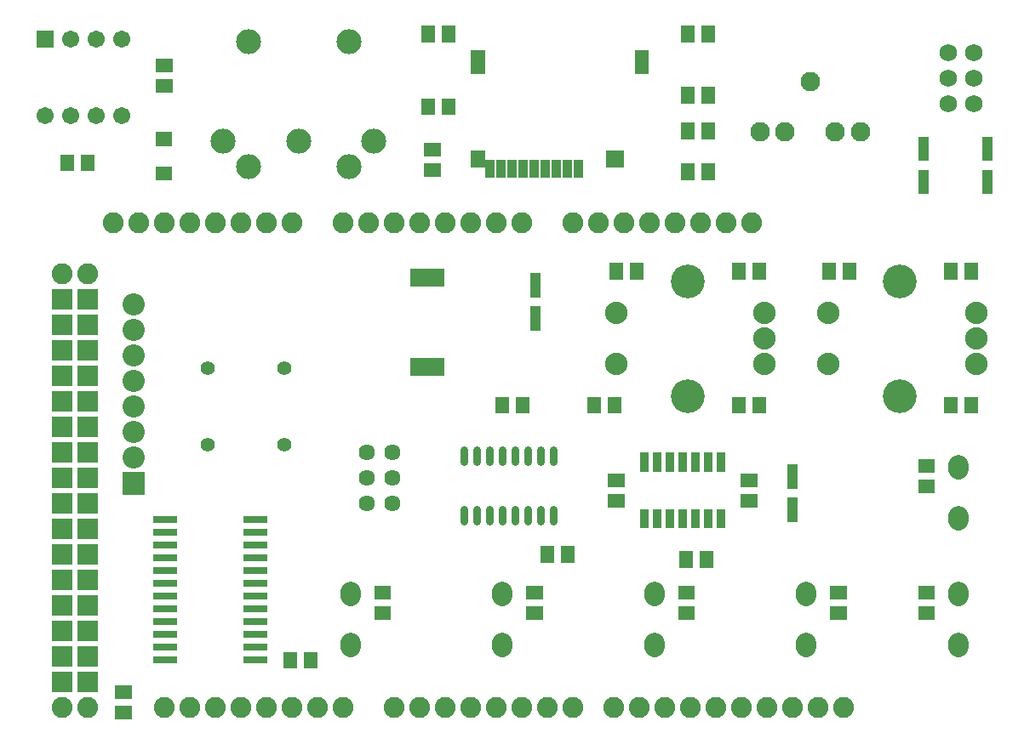
<source format=gbs>
G04 Layer: BottomSolderMaskLayer*
G04 EasyEDA v6.4.31, 2022-02-04 23:24:27*
G04 1551f2279af443638085206af3fd0dcc,e8ed4560e5824e1ea3c46bb2bbde2574,10*
G04 Gerber Generator version 0.2*
G04 Scale: 100 percent, Rotated: No, Reflected: No *
G04 Dimensions in millimeters *
G04 leading zeros omitted , absolute positions ,4 integer and 5 decimal *
%FSLAX45Y45*%
%MOMM*%

%ADD49C,2.0032*%
%ADD50C,2.4892*%
%ADD52C,1.7032*%
%ADD53C,1.7272*%
%ADD54C,1.9533*%
%ADD55C,1.4031*%
%ADD57C,2.2032*%
%ADD58C,2.0828*%
%ADD60C,1.6180*%
%ADD61C,2.2352*%
%ADD62C,3.3528*%
%ADD65C,0.8032*%
%ADD70R,2.4028X0.8026*%

%LPD*%
D65*
X5753100Y-12462819D02*
G01*
X5753100Y-12342820D01*
X5880100Y-12462819D02*
G01*
X5880100Y-12342820D01*
X6007100Y-12462819D02*
G01*
X6007100Y-12342820D01*
X6134100Y-12462819D02*
G01*
X6134100Y-12342820D01*
X6261100Y-12462819D02*
G01*
X6261100Y-12342820D01*
X6388100Y-12462819D02*
G01*
X6388100Y-12342820D01*
X6515100Y-12462819D02*
G01*
X6515100Y-12342820D01*
X6642100Y-12462819D02*
G01*
X6642100Y-12342820D01*
X5753100Y-13057179D02*
G01*
X5753100Y-12937180D01*
X5880100Y-13057179D02*
G01*
X5880100Y-12937180D01*
X6007100Y-13057179D02*
G01*
X6007100Y-12937180D01*
X6134100Y-13057179D02*
G01*
X6134100Y-12937180D01*
X6261100Y-13057179D02*
G01*
X6261100Y-12937180D01*
X6388100Y-13057179D02*
G01*
X6388100Y-12937180D01*
X6515100Y-13057179D02*
G01*
X6515100Y-12937180D01*
X6642100Y-13057179D02*
G01*
X6642100Y-12937180D01*
D49*
X4622800Y-13759500D02*
G01*
X4622800Y-13799499D01*
X4622800Y-14267500D02*
G01*
X4622800Y-14307499D01*
X6134100Y-13759500D02*
G01*
X6134100Y-13799499D01*
X6134100Y-14267500D02*
G01*
X6134100Y-14307499D01*
X7645400Y-13759500D02*
G01*
X7645400Y-13799499D01*
X7645400Y-14267500D02*
G01*
X7645400Y-14307499D01*
X9156700Y-13759500D02*
G01*
X9156700Y-13799499D01*
X9156700Y-14267500D02*
G01*
X9156700Y-14307499D01*
X10668000Y-13759500D02*
G01*
X10668000Y-13799499D01*
X10668000Y-14267500D02*
G01*
X10668000Y-14307499D01*
X10668000Y-12502200D02*
G01*
X10668000Y-12542199D01*
X10668000Y-13010200D02*
G01*
X10668000Y-13050199D01*
G36*
X1938528Y-9569450D02*
G01*
X1938528Y-9404350D01*
X2074671Y-9404350D01*
X2074671Y-9569450D01*
G37*
G36*
X1735328Y-9569450D02*
G01*
X1735328Y-9404350D01*
X1871471Y-9404350D01*
X1871471Y-9569450D01*
G37*
D50*
G01*
X4103370Y-9276079D03*
G01*
X4852670Y-9276079D03*
G01*
X3351529Y-9276079D03*
G01*
X3605529Y-9527539D03*
G01*
X4603750Y-9527539D03*
G01*
X3605529Y-8277860D03*
G01*
X4606290Y-8277860D03*
G36*
X1502410Y-8340089D02*
G01*
X1502410Y-8169910D01*
X1672589Y-8169910D01*
X1672589Y-8340089D01*
G37*
D52*
G01*
X1841500Y-8255000D03*
G01*
X2095500Y-8255000D03*
G01*
X2349500Y-8255000D03*
G01*
X1587500Y-9017000D03*
G01*
X1841500Y-9017000D03*
G01*
X2095500Y-9017000D03*
G01*
X2349500Y-9017000D03*
D53*
G01*
X10566400Y-8394700D03*
G01*
X10566400Y-8648700D03*
G01*
X10566400Y-8902700D03*
G01*
X10820400Y-8902700D03*
G01*
X10820400Y-8648700D03*
G01*
X10820400Y-8394700D03*
D54*
G01*
X9194800Y-8678037D03*
G01*
X8694674Y-9178162D03*
G01*
X8944863Y-9178162D03*
G01*
X9694925Y-9178162D03*
G01*
X9444736Y-9178162D03*
G36*
X6075425Y-9637268D02*
G01*
X6075425Y-9456928D01*
X6165850Y-9456928D01*
X6165850Y-9637268D01*
G37*
G36*
X6185408Y-9637268D02*
G01*
X6185408Y-9456928D01*
X6275831Y-9456928D01*
X6275831Y-9637268D01*
G37*
G36*
X6295390Y-9637268D02*
G01*
X6295390Y-9456928D01*
X6385813Y-9456928D01*
X6385813Y-9637268D01*
G37*
G36*
X6405372Y-9637268D02*
G01*
X6405372Y-9456928D01*
X6495795Y-9456928D01*
X6495795Y-9637268D01*
G37*
G36*
X6515354Y-9637268D02*
G01*
X6515354Y-9456928D01*
X6605777Y-9456928D01*
X6605777Y-9637268D01*
G37*
G36*
X6625336Y-9637268D02*
G01*
X6625336Y-9456928D01*
X6715759Y-9456928D01*
X6715759Y-9637268D01*
G37*
G36*
X6735318Y-9637268D02*
G01*
X6735318Y-9456928D01*
X6825741Y-9456928D01*
X6825741Y-9637268D01*
G37*
G36*
X6845554Y-9637268D02*
G01*
X6845554Y-9456928D01*
X6935724Y-9456928D01*
X6935724Y-9637268D01*
G37*
G36*
X5965443Y-9637268D02*
G01*
X5965443Y-9456928D01*
X6055868Y-9456928D01*
X6055868Y-9637268D01*
G37*
G36*
X5820409Y-9532112D02*
G01*
X5820409Y-9361931D01*
X5960872Y-9361931D01*
X5960872Y-9532112D01*
G37*
G36*
X5820409Y-8607044D02*
G01*
X5820409Y-8366760D01*
X5960872Y-8366760D01*
X5960872Y-8607044D01*
G37*
G36*
X7450327Y-8607044D02*
G01*
X7450327Y-8366760D01*
X7590790Y-8366760D01*
X7590790Y-8607044D01*
G37*
G36*
X7160513Y-9532112D02*
G01*
X7160513Y-9361931D01*
X7340854Y-9361931D01*
X7340854Y-9532112D01*
G37*
D70*
G01*
X3675379Y-13042900D03*
G01*
X3675379Y-13169900D03*
G01*
X3675379Y-13296900D03*
G01*
X3675379Y-13423900D03*
G01*
X3675379Y-13550900D03*
G01*
X3675379Y-13677900D03*
G01*
X3675379Y-13804900D03*
G01*
X3675379Y-13931900D03*
G01*
X3675379Y-14058900D03*
G01*
X3675379Y-14185900D03*
G01*
X3675379Y-14312900D03*
G01*
X3675379Y-14439900D03*
G01*
X2776220Y-14439900D03*
G01*
X2776220Y-14312900D03*
G01*
X2776220Y-14185900D03*
G01*
X2776220Y-14058900D03*
G01*
X2776220Y-13931900D03*
G01*
X2776220Y-13804900D03*
G01*
X2776220Y-13677900D03*
G01*
X2776220Y-13550900D03*
G01*
X2776220Y-13423900D03*
G01*
X2776220Y-13296900D03*
G01*
X2776220Y-13169900D03*
G01*
X2776220Y-13042900D03*
D55*
G01*
X3962400Y-11531600D03*
G01*
X3962400Y-12293600D03*
G01*
X3200400Y-12293600D03*
G01*
X3200400Y-11531600D03*
G36*
X5214620Y-10720070D02*
G01*
X5214620Y-10539729D01*
X5554979Y-10539729D01*
X5554979Y-10720070D01*
G37*
G36*
X5214620Y-11609070D02*
G01*
X5214620Y-11428729D01*
X5554979Y-11428729D01*
X5554979Y-11609070D01*
G37*
G36*
X6414261Y-10826242D02*
G01*
X6414261Y-10585958D01*
X6514338Y-10585958D01*
X6514338Y-10826242D01*
G37*
G36*
X6414261Y-11156442D02*
G01*
X6414261Y-10916158D01*
X6514338Y-10916158D01*
X6514338Y-11156442D01*
G37*
G36*
X8263127Y-13125450D02*
G01*
X8263127Y-12935204D01*
X8348472Y-12935204D01*
X8348472Y-13125450D01*
G37*
G36*
X8136127Y-13125450D02*
G01*
X8136127Y-12935204D01*
X8221472Y-12935204D01*
X8221472Y-13125450D01*
G37*
G36*
X8009127Y-13125450D02*
G01*
X8009127Y-12935204D01*
X8094472Y-12935204D01*
X8094472Y-13125450D01*
G37*
G36*
X7882127Y-13125450D02*
G01*
X7882127Y-12935204D01*
X7967472Y-12935204D01*
X7967472Y-13125450D01*
G37*
G36*
X7755127Y-13125450D02*
G01*
X7755127Y-12935204D01*
X7840472Y-12935204D01*
X7840472Y-13125450D01*
G37*
G36*
X7628127Y-13125450D02*
G01*
X7628127Y-12935204D01*
X7713472Y-12935204D01*
X7713472Y-13125450D01*
G37*
G36*
X7501127Y-13125450D02*
G01*
X7501127Y-12935204D01*
X7586472Y-12935204D01*
X7586472Y-13125450D01*
G37*
G36*
X7501127Y-12565634D02*
G01*
X7501127Y-12375387D01*
X7586472Y-12375387D01*
X7586472Y-12565634D01*
G37*
G36*
X7628127Y-12565634D02*
G01*
X7628127Y-12375387D01*
X7713472Y-12375387D01*
X7713472Y-12565634D01*
G37*
G36*
X7755127Y-12565634D02*
G01*
X7755127Y-12375387D01*
X7840472Y-12375387D01*
X7840472Y-12565634D01*
G37*
G36*
X7882127Y-12565634D02*
G01*
X7882127Y-12375387D01*
X7967472Y-12375387D01*
X7967472Y-12565634D01*
G37*
G36*
X8009127Y-12565634D02*
G01*
X8009127Y-12375387D01*
X8094472Y-12375387D01*
X8094472Y-12565634D01*
G37*
G36*
X8136127Y-12565634D02*
G01*
X8136127Y-12375387D01*
X8221472Y-12375387D01*
X8221472Y-12565634D01*
G37*
G36*
X8263127Y-12565634D02*
G01*
X8263127Y-12375387D01*
X8348472Y-12375387D01*
X8348472Y-12565634D01*
G37*
G36*
X2688336Y-9323578D02*
G01*
X2688336Y-9183115D01*
X2848863Y-9183115D01*
X2848863Y-9323578D01*
G37*
G36*
X2688336Y-9663684D02*
G01*
X2688336Y-9523221D01*
X2848863Y-9523221D01*
X2848863Y-9663684D01*
G37*
G36*
X2686050Y-8589771D02*
G01*
X2686050Y-8453628D01*
X2851150Y-8453628D01*
X2851150Y-8589771D01*
G37*
G36*
X2686050Y-8792971D02*
G01*
X2686050Y-8656828D01*
X2851150Y-8656828D01*
X2851150Y-8792971D01*
G37*
G36*
X2279650Y-15028671D02*
G01*
X2279650Y-14892528D01*
X2444750Y-14892528D01*
X2444750Y-15028671D01*
G37*
G36*
X2279650Y-14825471D02*
G01*
X2279650Y-14689328D01*
X2444750Y-14689328D01*
X2444750Y-14825471D01*
G37*
G36*
X4857750Y-14038071D02*
G01*
X4857750Y-13901928D01*
X5022850Y-13901928D01*
X5022850Y-14038071D01*
G37*
G36*
X4857750Y-13834871D02*
G01*
X4857750Y-13698728D01*
X5022850Y-13698728D01*
X5022850Y-13834871D01*
G37*
G36*
X6369050Y-14038071D02*
G01*
X6369050Y-13901928D01*
X6534150Y-13901928D01*
X6534150Y-14038071D01*
G37*
G36*
X6369050Y-13834871D02*
G01*
X6369050Y-13698728D01*
X6534150Y-13698728D01*
X6534150Y-13834871D01*
G37*
G36*
X7880350Y-14038071D02*
G01*
X7880350Y-13901928D01*
X8045450Y-13901928D01*
X8045450Y-14038071D01*
G37*
G36*
X7880350Y-13834871D02*
G01*
X7880350Y-13698728D01*
X8045450Y-13698728D01*
X8045450Y-13834871D01*
G37*
G36*
X9391650Y-14038071D02*
G01*
X9391650Y-13901928D01*
X9556750Y-13901928D01*
X9556750Y-14038071D01*
G37*
G36*
X9391650Y-13834871D02*
G01*
X9391650Y-13698728D01*
X9556750Y-13698728D01*
X9556750Y-13834871D01*
G37*
G36*
X10267950Y-14038071D02*
G01*
X10267950Y-13901928D01*
X10433050Y-13901928D01*
X10433050Y-14038071D01*
G37*
G36*
X10267950Y-13834871D02*
G01*
X10267950Y-13698728D01*
X10433050Y-13698728D01*
X10433050Y-13834871D01*
G37*
G36*
X10267950Y-12780771D02*
G01*
X10267950Y-12644628D01*
X10433050Y-12644628D01*
X10433050Y-12780771D01*
G37*
G36*
X10267950Y-12577571D02*
G01*
X10267950Y-12441428D01*
X10433050Y-12441428D01*
X10433050Y-12577571D01*
G37*
G36*
X7399527Y-10648950D02*
G01*
X7399527Y-10483850D01*
X7535672Y-10483850D01*
X7535672Y-10648950D01*
G37*
G36*
X7196327Y-10648950D02*
G01*
X7196327Y-10483850D01*
X7332472Y-10483850D01*
X7332472Y-10648950D01*
G37*
G36*
X8415527Y-10648950D02*
G01*
X8415527Y-10483850D01*
X8551672Y-10483850D01*
X8551672Y-10648950D01*
G37*
G36*
X8618727Y-10648950D02*
G01*
X8618727Y-10483850D01*
X8754872Y-10483850D01*
X8754872Y-10648950D01*
G37*
G36*
X8415527Y-11982450D02*
G01*
X8415527Y-11817350D01*
X8551672Y-11817350D01*
X8551672Y-11982450D01*
G37*
G36*
X8618727Y-11982450D02*
G01*
X8618727Y-11817350D01*
X8754872Y-11817350D01*
X8754872Y-11982450D01*
G37*
G36*
X9317227Y-10648950D02*
G01*
X9317227Y-10483850D01*
X9453372Y-10483850D01*
X9453372Y-10648950D01*
G37*
G36*
X9520427Y-10648950D02*
G01*
X9520427Y-10483850D01*
X9656572Y-10483850D01*
X9656572Y-10648950D01*
G37*
G36*
X10523727Y-10648950D02*
G01*
X10523727Y-10483850D01*
X10659872Y-10483850D01*
X10659872Y-10648950D01*
G37*
G36*
X10726927Y-10648950D02*
G01*
X10726927Y-10483850D01*
X10863072Y-10483850D01*
X10863072Y-10648950D01*
G37*
G36*
X10523727Y-11982450D02*
G01*
X10523727Y-11817350D01*
X10659872Y-11817350D01*
X10659872Y-11982450D01*
G37*
G36*
X10726927Y-11982450D02*
G01*
X10726927Y-11817350D01*
X10863072Y-11817350D01*
X10863072Y-11982450D01*
G37*
G36*
X10910061Y-9797542D02*
G01*
X10910061Y-9557258D01*
X11010138Y-9557258D01*
X11010138Y-9797542D01*
G37*
G36*
X10910061Y-9467342D02*
G01*
X10910061Y-9227058D01*
X11010138Y-9227058D01*
X11010138Y-9467342D01*
G37*
G36*
X10275061Y-9797542D02*
G01*
X10275061Y-9557258D01*
X10375138Y-9557258D01*
X10375138Y-9797542D01*
G37*
G36*
X10275061Y-9467342D02*
G01*
X10275061Y-9227058D01*
X10375138Y-9227058D01*
X10375138Y-9467342D01*
G37*
G36*
X8966961Y-13061442D02*
G01*
X8966961Y-12821158D01*
X9067038Y-12821158D01*
X9067038Y-13061442D01*
G37*
G36*
X8966961Y-12731242D02*
G01*
X8966961Y-12490958D01*
X9067038Y-12490958D01*
X9067038Y-12731242D01*
G37*
G36*
X6066027Y-11982450D02*
G01*
X6066027Y-11817350D01*
X6202172Y-11817350D01*
X6202172Y-11982450D01*
G37*
G36*
X6269227Y-11982450D02*
G01*
X6269227Y-11817350D01*
X6405372Y-11817350D01*
X6405372Y-11982450D01*
G37*
G36*
X6510527Y-13468350D02*
G01*
X6510527Y-13303250D01*
X6646672Y-13303250D01*
X6646672Y-13468350D01*
G37*
G36*
X6713727Y-13468350D02*
G01*
X6713727Y-13303250D01*
X6849872Y-13303250D01*
X6849872Y-13468350D01*
G37*
G36*
X4161027Y-14522450D02*
G01*
X4161027Y-14357350D01*
X4297172Y-14357350D01*
X4297172Y-14522450D01*
G37*
G36*
X3957827Y-14522450D02*
G01*
X3957827Y-14357350D01*
X4093972Y-14357350D01*
X4093972Y-14522450D01*
G37*
G36*
X7181850Y-12717271D02*
G01*
X7181850Y-12581128D01*
X7346950Y-12581128D01*
X7346950Y-12717271D01*
G37*
G36*
X7181850Y-12920471D02*
G01*
X7181850Y-12784328D01*
X7346950Y-12784328D01*
X7346950Y-12920471D01*
G37*
G36*
X7183627Y-11982450D02*
G01*
X7183627Y-11817350D01*
X7319772Y-11817350D01*
X7319772Y-11982450D01*
G37*
G36*
X6980427Y-11982450D02*
G01*
X6980427Y-11817350D01*
X7116572Y-11817350D01*
X7116572Y-11982450D01*
G37*
G36*
X8502650Y-12920471D02*
G01*
X8502650Y-12784328D01*
X8667750Y-12784328D01*
X8667750Y-12920471D01*
G37*
G36*
X8502650Y-12717271D02*
G01*
X8502650Y-12581128D01*
X8667750Y-12581128D01*
X8667750Y-12717271D01*
G37*
G36*
X8098027Y-13519150D02*
G01*
X8098027Y-13354050D01*
X8234172Y-13354050D01*
X8234172Y-13519150D01*
G37*
G36*
X7894827Y-13519150D02*
G01*
X7894827Y-13354050D01*
X8030972Y-13354050D01*
X8030972Y-13519150D01*
G37*
G36*
X8110727Y-8286750D02*
G01*
X8110727Y-8121650D01*
X8246872Y-8121650D01*
X8246872Y-8286750D01*
G37*
G36*
X7907527Y-8286750D02*
G01*
X7907527Y-8121650D01*
X8043672Y-8121650D01*
X8043672Y-8286750D01*
G37*
G36*
X8110727Y-8896350D02*
G01*
X8110727Y-8731250D01*
X8246872Y-8731250D01*
X8246872Y-8896350D01*
G37*
G36*
X7907527Y-8896350D02*
G01*
X7907527Y-8731250D01*
X8043672Y-8731250D01*
X8043672Y-8896350D01*
G37*
G36*
X7907527Y-9251950D02*
G01*
X7907527Y-9086850D01*
X8043672Y-9086850D01*
X8043672Y-9251950D01*
G37*
G36*
X8110727Y-9251950D02*
G01*
X8110727Y-9086850D01*
X8246872Y-9086850D01*
X8246872Y-9251950D01*
G37*
G36*
X5532627Y-8286750D02*
G01*
X5532627Y-8121650D01*
X5668772Y-8121650D01*
X5668772Y-8286750D01*
G37*
G36*
X5329427Y-8286750D02*
G01*
X5329427Y-8121650D01*
X5465572Y-8121650D01*
X5465572Y-8286750D01*
G37*
G36*
X5329427Y-9010650D02*
G01*
X5329427Y-8845550D01*
X5465572Y-8845550D01*
X5465572Y-9010650D01*
G37*
G36*
X5532627Y-9010650D02*
G01*
X5532627Y-8845550D01*
X5668772Y-8845550D01*
X5668772Y-9010650D01*
G37*
G36*
X5353050Y-9427971D02*
G01*
X5353050Y-9291828D01*
X5518150Y-9291828D01*
X5518150Y-9427971D01*
G37*
G36*
X5353050Y-9631171D02*
G01*
X5353050Y-9495028D01*
X5518150Y-9495028D01*
X5518150Y-9631171D01*
G37*
G36*
X7907527Y-9658350D02*
G01*
X7907527Y-9493250D01*
X8043672Y-9493250D01*
X8043672Y-9658350D01*
G37*
G36*
X8110727Y-9658350D02*
G01*
X8110727Y-9493250D01*
X8246872Y-9493250D01*
X8246872Y-9658350D01*
G37*
G36*
X2353310Y-12790424D02*
G01*
X2353310Y-12569952D01*
X2573781Y-12569952D01*
X2573781Y-12790424D01*
G37*
D57*
G01*
X2463545Y-12426187D03*
G01*
X2463545Y-12172187D03*
G01*
X2463545Y-11918187D03*
G01*
X2463545Y-11664187D03*
G01*
X2463545Y-11410187D03*
G01*
X2463545Y-11156187D03*
G01*
X2463545Y-10902187D03*
D58*
G01*
X3784600Y-10083800D03*
G01*
X3530600Y-10083800D03*
G01*
X3276600Y-10083800D03*
G01*
X3022600Y-10083800D03*
G01*
X2768600Y-10083800D03*
G01*
X2514600Y-10083800D03*
G01*
X2260600Y-10083800D03*
G01*
X4038600Y-10083800D03*
G01*
X4292600Y-14909800D03*
G01*
X4038600Y-14909800D03*
G01*
X3784600Y-14909800D03*
G01*
X3530600Y-14909800D03*
G01*
X3276600Y-14909800D03*
G01*
X3022600Y-14909800D03*
G01*
X2768600Y-14909800D03*
G01*
X4546600Y-14909800D03*
G01*
X6070600Y-10083800D03*
G01*
X5816600Y-10083800D03*
G01*
X5562600Y-10083800D03*
G01*
X5308600Y-10083800D03*
G01*
X5054600Y-10083800D03*
G01*
X4800600Y-10083800D03*
G01*
X4546600Y-10083800D03*
G01*
X6324600Y-10083800D03*
G01*
X6578600Y-14909800D03*
G01*
X6324600Y-14909800D03*
G01*
X6070600Y-14909800D03*
G01*
X5816600Y-14909800D03*
G01*
X5562600Y-14909800D03*
G01*
X5308600Y-14909800D03*
G01*
X5054600Y-14909800D03*
G01*
X6832600Y-14909800D03*
G01*
X8763000Y-14909800D03*
G01*
X8509000Y-14909800D03*
G01*
X8255000Y-14909800D03*
G01*
X8001000Y-14909800D03*
G01*
X7747000Y-14909800D03*
G01*
X7493000Y-14909800D03*
G01*
X7239000Y-14909800D03*
G01*
X9017000Y-14909800D03*
G36*
X1648460Y-12981939D02*
G01*
X1648460Y-12773660D01*
X1856739Y-12773660D01*
X1856739Y-12981939D01*
G37*
G36*
X1902460Y-12981939D02*
G01*
X1902460Y-12773660D01*
X2110739Y-12773660D01*
X2110739Y-12981939D01*
G37*
G36*
X1648460Y-13235939D02*
G01*
X1648460Y-13027660D01*
X1856739Y-13027660D01*
X1856739Y-13235939D01*
G37*
G36*
X1902460Y-13235939D02*
G01*
X1902460Y-13027660D01*
X2110739Y-13027660D01*
X2110739Y-13235939D01*
G37*
G36*
X1648460Y-13489939D02*
G01*
X1648460Y-13281660D01*
X1856739Y-13281660D01*
X1856739Y-13489939D01*
G37*
G36*
X1902460Y-13489939D02*
G01*
X1902460Y-13281660D01*
X2110739Y-13281660D01*
X2110739Y-13489939D01*
G37*
G36*
X1648460Y-13743939D02*
G01*
X1648460Y-13535660D01*
X1856739Y-13535660D01*
X1856739Y-13743939D01*
G37*
G36*
X1902460Y-13743939D02*
G01*
X1902460Y-13535660D01*
X2110739Y-13535660D01*
X2110739Y-13743939D01*
G37*
G36*
X1648460Y-13997939D02*
G01*
X1648460Y-13789660D01*
X1856739Y-13789660D01*
X1856739Y-13997939D01*
G37*
G36*
X1902460Y-13997939D02*
G01*
X1902460Y-13789660D01*
X2110739Y-13789660D01*
X2110739Y-13997939D01*
G37*
G36*
X1648460Y-14251939D02*
G01*
X1648460Y-14043660D01*
X1856739Y-14043660D01*
X1856739Y-14251939D01*
G37*
G36*
X1902460Y-14251939D02*
G01*
X1902460Y-14043660D01*
X2110739Y-14043660D01*
X2110739Y-14251939D01*
G37*
G36*
X1648460Y-14505939D02*
G01*
X1648460Y-14297660D01*
X1856739Y-14297660D01*
X1856739Y-14505939D01*
G37*
G36*
X1902460Y-14505939D02*
G01*
X1902460Y-14297660D01*
X2110739Y-14297660D01*
X2110739Y-14505939D01*
G37*
G36*
X1648460Y-14759939D02*
G01*
X1648460Y-14551660D01*
X1856739Y-14551660D01*
X1856739Y-14759939D01*
G37*
G36*
X1902460Y-14759939D02*
G01*
X1902460Y-14551660D01*
X2110739Y-14551660D01*
X2110739Y-14759939D01*
G37*
G36*
X1648460Y-10949939D02*
G01*
X1648460Y-10741660D01*
X1856739Y-10741660D01*
X1856739Y-10949939D01*
G37*
G36*
X1902460Y-10949939D02*
G01*
X1902460Y-10741660D01*
X2110739Y-10741660D01*
X2110739Y-10949939D01*
G37*
G36*
X1648460Y-11203939D02*
G01*
X1648460Y-10995660D01*
X1856739Y-10995660D01*
X1856739Y-11203939D01*
G37*
G36*
X1902460Y-11203939D02*
G01*
X1902460Y-10995660D01*
X2110739Y-10995660D01*
X2110739Y-11203939D01*
G37*
G36*
X1648460Y-11457939D02*
G01*
X1648460Y-11249660D01*
X1856739Y-11249660D01*
X1856739Y-11457939D01*
G37*
G36*
X1902460Y-11457939D02*
G01*
X1902460Y-11249660D01*
X2110739Y-11249660D01*
X2110739Y-11457939D01*
G37*
G36*
X1648460Y-11711939D02*
G01*
X1648460Y-11503660D01*
X1856739Y-11503660D01*
X1856739Y-11711939D01*
G37*
G36*
X1902460Y-11711939D02*
G01*
X1902460Y-11503660D01*
X2110739Y-11503660D01*
X2110739Y-11711939D01*
G37*
G36*
X1648460Y-11965939D02*
G01*
X1648460Y-11757660D01*
X1856739Y-11757660D01*
X1856739Y-11965939D01*
G37*
G36*
X1902460Y-11965939D02*
G01*
X1902460Y-11757660D01*
X2110739Y-11757660D01*
X2110739Y-11965939D01*
G37*
G36*
X1648460Y-12219939D02*
G01*
X1648460Y-12011660D01*
X1856739Y-12011660D01*
X1856739Y-12219939D01*
G37*
G36*
X1902460Y-12219939D02*
G01*
X1902460Y-12011660D01*
X2110739Y-12011660D01*
X2110739Y-12219939D01*
G37*
G36*
X1648460Y-12473939D02*
G01*
X1648460Y-12265660D01*
X1856739Y-12265660D01*
X1856739Y-12473939D01*
G37*
G36*
X1902460Y-12473939D02*
G01*
X1902460Y-12265660D01*
X2110739Y-12265660D01*
X2110739Y-12473939D01*
G37*
G36*
X1648460Y-12727939D02*
G01*
X1648460Y-12519660D01*
X1856739Y-12519660D01*
X1856739Y-12727939D01*
G37*
G36*
X1902460Y-12727939D02*
G01*
X1902460Y-12519660D01*
X2110739Y-12519660D01*
X2110739Y-12727939D01*
G37*
G01*
X2006600Y-10591800D03*
G01*
X1752600Y-10591800D03*
G01*
X2006600Y-14909800D03*
G01*
X1752600Y-14909800D03*
G01*
X8102600Y-10083800D03*
G01*
X7848600Y-10083800D03*
G01*
X7594600Y-10083800D03*
G01*
X7340600Y-10083800D03*
G01*
X7086600Y-10083800D03*
G01*
X6832600Y-10083800D03*
G01*
X9271000Y-14909800D03*
G01*
X9525000Y-14909800D03*
G01*
X8610600Y-10083800D03*
G01*
X8356600Y-10083800D03*
D60*
G01*
X5041900Y-12877800D03*
G01*
X4787900Y-12877800D03*
G01*
X5041900Y-12623800D03*
G01*
X4787900Y-12623800D03*
G01*
X5041900Y-12369800D03*
G01*
X4787900Y-12369800D03*
D61*
G01*
X8737600Y-11493500D03*
G01*
X8737600Y-11239500D03*
G01*
X8737600Y-10985500D03*
G01*
X7264400Y-10985500D03*
G01*
X7264400Y-11493500D03*
D62*
G01*
X7975600Y-11808460D03*
G01*
X7975600Y-10670539D03*
D61*
G01*
X10845800Y-11493500D03*
G01*
X10845800Y-11239500D03*
G01*
X10845800Y-10985500D03*
G01*
X9372600Y-10985500D03*
G01*
X9372600Y-11493500D03*
D62*
G01*
X10083800Y-11808460D03*
G01*
X10083800Y-10670539D03*
M02*

</source>
